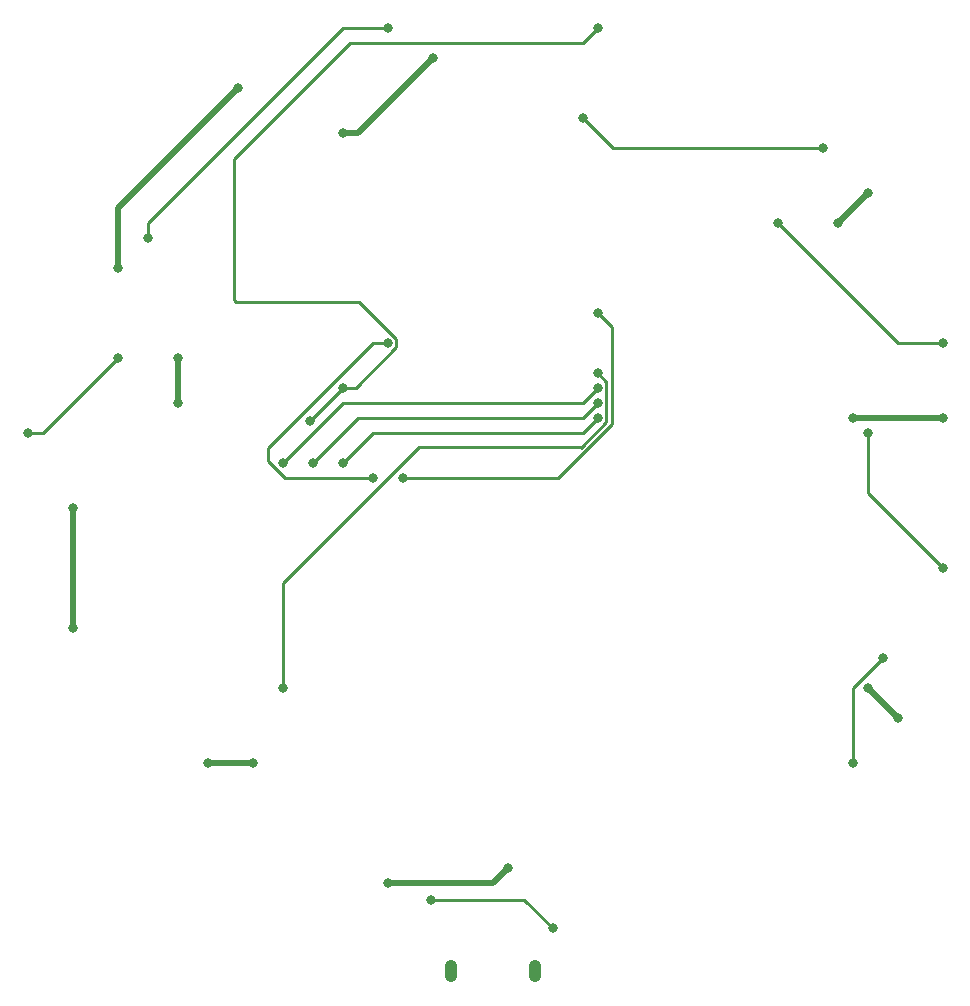
<source format=gbr>
%TF.GenerationSoftware,KiCad,Pcbnew,(5.1.10)-1*%
%TF.CreationDate,2022-01-27T09:42:42-08:00*%
%TF.ProjectId,Hive PCB v0.1,48697665-2050-4434-9220-76302e312e6b,rev?*%
%TF.SameCoordinates,Original*%
%TF.FileFunction,Copper,L2,Bot*%
%TF.FilePolarity,Positive*%
%FSLAX46Y46*%
G04 Gerber Fmt 4.6, Leading zero omitted, Abs format (unit mm)*
G04 Created by KiCad (PCBNEW (5.1.10)-1) date 2022-01-27 09:42:42*
%MOMM*%
%LPD*%
G01*
G04 APERTURE LIST*
%TA.AperFunction,ComponentPad*%
%ADD10O,1.050000X1.900000*%
%TD*%
%TA.AperFunction,ViaPad*%
%ADD11C,0.800000*%
%TD*%
%TA.AperFunction,Conductor*%
%ADD12C,0.250000*%
%TD*%
%TA.AperFunction,Conductor*%
%ADD13C,0.508000*%
%TD*%
G04 APERTURE END LIST*
D10*
%TO.P,J1,6*%
%TO.N,Net-(C16-Pad2)*%
X143275000Y-142043000D03*
X136125000Y-142043000D03*
%TD*%
D11*
%TO.N,SCK*%
X148590000Y-91440000D03*
X121920000Y-118110000D03*
%TO.N,GND*%
X119380000Y-124460000D03*
X115570000Y-124460000D03*
X140970000Y-133350000D03*
X130810000Y-134620000D03*
X104140000Y-102870000D03*
X104140000Y-113030000D03*
X107950000Y-82550000D03*
X118110000Y-67310000D03*
X127000000Y-71120000D03*
X134620000Y-64770000D03*
X168910000Y-78740000D03*
X171450000Y-76200000D03*
X177800000Y-95250000D03*
X170180000Y-95250000D03*
X113030000Y-90170000D03*
X113030000Y-93980000D03*
X173990000Y-120650000D03*
X171450000Y-118110000D03*
%TO.N,IRQ_DWM1000*%
X148590000Y-86360000D03*
X132080000Y-100330000D03*
%TO.N,RSTn_DWM1000*%
X130810000Y-88900000D03*
X129540000Y-100330000D03*
%TO.N,CS_DWM1000*%
X148590000Y-95250000D03*
X127000000Y-99060000D03*
%TO.N,MOSI*%
X148590000Y-93980000D03*
X124460000Y-99060000D03*
%TO.N,MISO*%
X148590000Y-92710000D03*
X121920000Y-99060000D03*
%TO.N,LED_DATA_H*%
X124228319Y-95481681D03*
X127000000Y-92710000D03*
X148590000Y-62230000D03*
%TO.N,Net-(D1-Pad2)*%
X147320000Y-69850000D03*
X167640000Y-72390000D03*
%TO.N,Net-(D2-Pad2)*%
X163830000Y-78740000D03*
X177800000Y-88900000D03*
%TO.N,Net-(D3-Pad2)*%
X171450000Y-96520000D03*
X177800000Y-107950000D03*
%TO.N,Net-(D4-Pad2)*%
X172720000Y-115570000D03*
X170180000Y-124460000D03*
%TO.N,Net-(D6-Pad2)*%
X144780000Y-138430000D03*
X134493231Y-136016769D03*
%TO.N,Net-(D10-Pad4)*%
X100330000Y-96520000D03*
X107950000Y-90170000D03*
%TO.N,Net-(D11-Pad2)*%
X110490000Y-80010000D03*
X130810000Y-62230000D03*
%TD*%
D12*
%TO.N,SCK*%
X149315001Y-92165001D02*
X149315001Y-95598001D01*
X148590000Y-91440000D02*
X149315001Y-92165001D01*
X147221501Y-97691501D02*
X133448499Y-97691501D01*
X149315001Y-95598001D02*
X147221501Y-97691501D01*
X147221501Y-97691501D02*
X147123002Y-97790000D01*
X133448499Y-97691501D02*
X131354999Y-99785001D01*
X131354999Y-99785001D02*
X130810000Y-100330000D01*
X130810000Y-100330000D02*
X121920000Y-109220000D01*
X121920000Y-109220000D02*
X121920000Y-118110000D01*
D13*
%TO.N,GND*%
X119380000Y-124460000D02*
X115570000Y-124460000D01*
X139700000Y-134620000D02*
X130810000Y-134620000D01*
X140970000Y-133350000D02*
X139700000Y-134620000D01*
X104140000Y-102870000D02*
X104140000Y-113030000D01*
X107950000Y-77470000D02*
X118110000Y-67310000D01*
X107950000Y-82550000D02*
X107950000Y-77470000D01*
X128270000Y-71120000D02*
X134620000Y-64770000D01*
X127000000Y-71120000D02*
X128270000Y-71120000D01*
X168910000Y-78740000D02*
X171450000Y-76200000D01*
X177800000Y-95250000D02*
X170180000Y-95250000D01*
X113030000Y-90170000D02*
X113030000Y-93980000D01*
X171450000Y-118110000D02*
X173990000Y-120650000D01*
D12*
%TO.N,IRQ_DWM1000*%
X145219412Y-100330000D02*
X132080000Y-100330000D01*
X149765010Y-95784402D02*
X145219412Y-100330000D01*
X149765010Y-87535010D02*
X149765010Y-95784402D01*
X148590000Y-86360000D02*
X149765010Y-87535010D01*
%TO.N,RSTn_DWM1000*%
X130810000Y-88900000D02*
X129540000Y-88900000D01*
X129540000Y-88900000D02*
X120650000Y-97790000D01*
X120650000Y-98863002D02*
X122116998Y-100330000D01*
X120650000Y-97790000D02*
X120650000Y-98863002D01*
X122116998Y-100330000D02*
X129540000Y-100330000D01*
%TO.N,CS_DWM1000*%
X148590000Y-95250000D02*
X147320000Y-96520000D01*
X147320000Y-96520000D02*
X129540000Y-96520000D01*
X129540000Y-96520000D02*
X127000000Y-99060000D01*
%TO.N,MOSI*%
X148590000Y-93980000D02*
X147320000Y-95250000D01*
X147320000Y-95250000D02*
X129540000Y-95250000D01*
X129540000Y-95250000D02*
X128270000Y-95250000D01*
X128270000Y-95250000D02*
X124460000Y-99060000D01*
%TO.N,MISO*%
X148590000Y-92710000D02*
X147320000Y-93980000D01*
X127000000Y-93980000D02*
X121920000Y-99060000D01*
X147320000Y-93980000D02*
X127000000Y-93980000D01*
%TO.N,LED_DATA_H*%
X124228319Y-95481681D02*
X127000000Y-92710000D01*
X128073002Y-92710000D02*
X131535001Y-89248001D01*
X127000000Y-92710000D02*
X128073002Y-92710000D01*
X131535001Y-89248001D02*
X131535001Y-88551999D01*
X147864999Y-62955001D02*
X148590000Y-62230000D01*
X117784990Y-85224626D02*
X117784990Y-73351420D01*
X117975374Y-85415010D02*
X117784990Y-85224626D01*
X128398012Y-85415010D02*
X117975374Y-85415010D01*
X131535001Y-88551999D02*
X128398012Y-85415010D01*
X117784990Y-73351420D02*
X127636410Y-63500000D01*
X127636410Y-63500000D02*
X147320000Y-63500000D01*
X147320000Y-63500000D02*
X147864999Y-62955001D01*
%TO.N,Net-(D1-Pad2)*%
X149860000Y-72390000D02*
X167640000Y-72390000D01*
X147320000Y-69850000D02*
X149860000Y-72390000D01*
%TO.N,Net-(D2-Pad2)*%
X173990000Y-88900000D02*
X177800000Y-88900000D01*
X163830000Y-78740000D02*
X173990000Y-88900000D01*
%TO.N,Net-(D3-Pad2)*%
X171450000Y-96520000D02*
X171450000Y-101600000D01*
X171450000Y-101600000D02*
X177800000Y-107950000D01*
%TO.N,Net-(D4-Pad2)*%
X170180000Y-118110000D02*
X170180000Y-124460000D01*
X172720000Y-115570000D02*
X170180000Y-118110000D01*
%TO.N,Net-(D6-Pad2)*%
X142366769Y-136016769D02*
X134493231Y-136016769D01*
X144780000Y-138430000D02*
X142366769Y-136016769D01*
%TO.N,Net-(D10-Pad4)*%
X100330000Y-96520000D02*
X101600000Y-96520000D01*
X101600000Y-96520000D02*
X107950000Y-90170000D01*
%TO.N,Net-(D11-Pad2)*%
X128270000Y-62230000D02*
X130810000Y-62230000D01*
X110490000Y-80010000D02*
X110490000Y-78740000D01*
X110490000Y-78740000D02*
X127000000Y-62230000D01*
X127000000Y-62230000D02*
X128270000Y-62230000D01*
%TD*%
M02*

</source>
